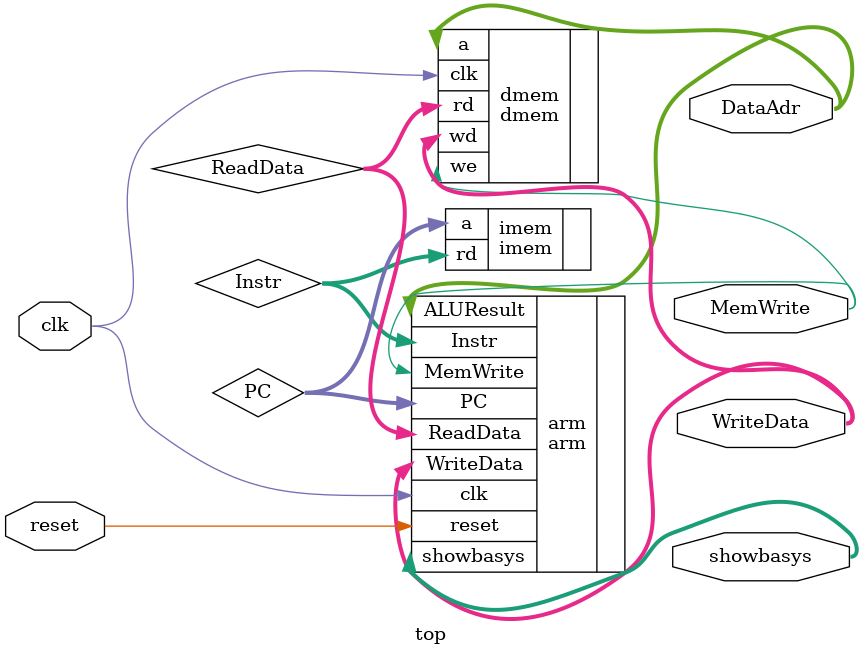
<source format=v>
module top (
	clk,
	reset,
	WriteData,
	DataAdr,
	MemWrite,
	showbasys
);
	input wire clk;
	input wire reset;
	output wire [31:0] WriteData;
	output wire [31:0] DataAdr;
	output wire MemWrite;
	output wire [14:0] showbasys;
	wire [31:0] PC;
	wire [31:0] Instr;
	wire [31:0] ReadData;
	
	arm arm(
		.clk(clk),
		.reset(reset),
		.PC(PC),
		.Instr(Instr),
		.MemWrite(MemWrite),
		.ALUResult(DataAdr),
		.WriteData(WriteData),
		.ReadData(ReadData),
		.showbasys(showbasys)
	);
	imem imem(
		.a(PC),
		.rd(Instr)
	);
	dmem dmem(
		.clk(clk),
		.we(MemWrite),
		.a(DataAdr),
		.wd(WriteData),
		.rd(ReadData)
	);
endmodule
</source>
